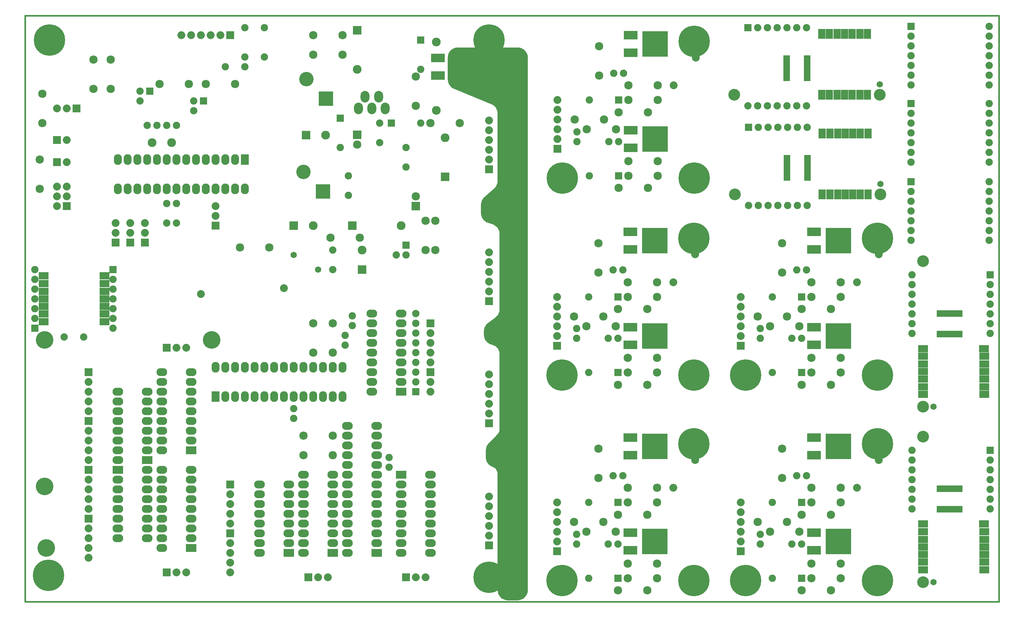
<source format=gbs>
G04 (created by PCBNEW-RS274X (2011-05-25)-stable) date Sun 12 Aug 2012 12:56:27 AM MDT*
G01*
G70*
G90*
%MOIN*%
G04 Gerber Fmt 3.4, Leading zero omitted, Abs format*
%FSLAX34Y34*%
G04 APERTURE LIST*
%ADD10C,0.006000*%
%ADD11C,0.015000*%
%ADD12C,0.075000*%
%ADD13R,0.075000X0.075000*%
%ADD14R,0.098700X0.075100*%
%ADD15R,0.036000X0.070000*%
%ADD16C,0.120000*%
%ADD17C,0.065000*%
%ADD18R,0.075100X0.098700*%
%ADD19R,0.070000X0.036000*%
%ADD20C,0.080000*%
%ADD21C,0.320000*%
%ADD22R,0.140000X0.085000*%
%ADD23R,0.260000X0.260000*%
%ADD24R,0.080000X0.080000*%
%ADD25C,0.085000*%
%ADD26C,0.180000*%
%ADD27O,0.082000X0.110000*%
%ADD28R,0.082000X0.110000*%
%ADD29O,0.110000X0.082000*%
%ADD30R,0.110000X0.082000*%
%ADD31C,0.090000*%
%ADD32R,0.090000X0.090000*%
%ADD33R,0.085000X0.085000*%
%ADD34O,0.090900X0.118400*%
%ADD35R,0.147600X0.147600*%
%ADD36C,0.147600*%
%ADD37C,0.010000*%
G04 APERTURE END LIST*
G54D10*
G54D11*
X108400Y-07300D02*
X108400Y-67300D01*
X48400Y-07300D02*
X108400Y-07300D01*
X08700Y-07300D02*
X08700Y-67300D01*
X48400Y-07300D02*
X08700Y-07300D01*
X08700Y-67300D02*
X108400Y-67300D01*
G54D12*
X107400Y-14400D03*
X107400Y-13400D03*
X107400Y-12400D03*
X107400Y-11400D03*
X107400Y-10400D03*
X107400Y-09400D03*
X107400Y-08400D03*
G54D13*
X99400Y-08400D03*
G54D12*
X99400Y-09400D03*
X99400Y-10400D03*
X99400Y-11400D03*
X99400Y-12400D03*
X99400Y-13400D03*
X99400Y-14400D03*
X107400Y-30300D03*
X107400Y-29300D03*
X107400Y-28300D03*
X107400Y-27300D03*
X107400Y-26300D03*
X107400Y-25300D03*
X107400Y-24300D03*
G54D13*
X99400Y-24300D03*
G54D12*
X99400Y-25300D03*
X99400Y-26300D03*
X99400Y-27300D03*
X99400Y-28300D03*
X99400Y-29300D03*
X99400Y-30300D03*
G54D13*
X99400Y-16300D03*
G54D12*
X99400Y-17300D03*
X99400Y-18300D03*
X99400Y-19300D03*
X99400Y-20300D03*
X99400Y-21300D03*
X99400Y-22300D03*
X107400Y-22300D03*
X107400Y-21300D03*
X107400Y-20300D03*
X107400Y-19300D03*
X107400Y-18300D03*
X107400Y-17300D03*
X107400Y-16300D03*
G54D14*
X106870Y-59357D03*
X106881Y-60145D03*
X106881Y-60932D03*
X106881Y-61700D03*
X106881Y-62468D03*
X106881Y-63255D03*
X106881Y-64043D03*
X100621Y-64043D03*
X100621Y-63255D03*
X100621Y-62468D03*
X100621Y-61700D03*
X100621Y-60932D03*
X100621Y-60145D03*
X100621Y-59357D03*
G54D12*
X99500Y-57800D03*
X99500Y-56800D03*
X99500Y-55800D03*
X99500Y-54800D03*
X99500Y-53800D03*
X99500Y-52800D03*
X99500Y-51800D03*
G54D13*
X107500Y-51800D03*
G54D12*
X107500Y-52800D03*
X107500Y-53800D03*
X107500Y-54800D03*
X107500Y-55800D03*
X107500Y-56800D03*
X107500Y-57800D03*
G54D15*
X104490Y-57850D03*
X104240Y-57850D03*
X103980Y-57850D03*
X103720Y-57850D03*
X103470Y-57850D03*
X103210Y-57850D03*
X102950Y-57850D03*
X102700Y-57850D03*
X102440Y-57850D03*
X102190Y-57850D03*
X102190Y-55750D03*
X102440Y-55750D03*
X102700Y-55750D03*
X102950Y-55750D03*
X103210Y-55750D03*
X103470Y-55750D03*
X103720Y-55750D03*
X103980Y-55750D03*
X104240Y-55750D03*
X104490Y-55750D03*
G54D16*
X100640Y-65300D03*
X100640Y-50400D03*
G54D17*
X101700Y-65300D03*
X101700Y-47350D03*
G54D16*
X100640Y-32450D03*
X100640Y-47350D03*
G54D15*
X104490Y-39900D03*
X104240Y-39900D03*
X103980Y-39900D03*
X103720Y-39900D03*
X103470Y-39900D03*
X103210Y-39900D03*
X102950Y-39900D03*
X102700Y-39900D03*
X102440Y-39900D03*
X102190Y-39900D03*
X102190Y-37800D03*
X102440Y-37800D03*
X102700Y-37800D03*
X102950Y-37800D03*
X103210Y-37800D03*
X103470Y-37800D03*
X103720Y-37800D03*
X103980Y-37800D03*
X104240Y-37800D03*
X104490Y-37800D03*
G54D13*
X107500Y-33850D03*
G54D12*
X107500Y-34850D03*
X107500Y-35850D03*
X107500Y-36850D03*
X107500Y-37850D03*
X107500Y-38850D03*
X107500Y-39850D03*
X99500Y-39850D03*
X99500Y-38850D03*
X99500Y-37850D03*
X99500Y-36850D03*
X99500Y-35850D03*
X99500Y-34850D03*
X99500Y-33850D03*
G54D14*
X106870Y-41407D03*
X106881Y-42195D03*
X106881Y-42982D03*
X106881Y-43750D03*
X106881Y-44518D03*
X106881Y-45305D03*
X106881Y-46093D03*
X100621Y-46093D03*
X100621Y-45305D03*
X100621Y-44518D03*
X100621Y-43750D03*
X100621Y-42982D03*
X100621Y-42195D03*
X100621Y-41407D03*
G54D18*
X90307Y-19380D03*
X91095Y-19369D03*
X91882Y-19369D03*
X92650Y-19369D03*
X93418Y-19369D03*
X94205Y-19369D03*
X94993Y-19369D03*
X94993Y-25629D03*
X94205Y-25629D03*
X93418Y-25629D03*
X92650Y-25629D03*
X91882Y-25629D03*
X91095Y-25629D03*
X90307Y-25629D03*
G54D12*
X88750Y-26750D03*
X87750Y-26750D03*
X86750Y-26750D03*
X85750Y-26750D03*
X84750Y-26750D03*
X83750Y-26750D03*
X82750Y-26750D03*
G54D13*
X82750Y-18750D03*
G54D12*
X83750Y-18750D03*
X84750Y-18750D03*
X85750Y-18750D03*
X86750Y-18750D03*
X87750Y-18750D03*
X88750Y-18750D03*
G54D19*
X88800Y-21760D03*
X88800Y-22010D03*
X88800Y-22270D03*
X88800Y-22530D03*
X88800Y-22780D03*
X88800Y-23040D03*
X88800Y-23300D03*
X88800Y-23550D03*
X88800Y-23810D03*
X88800Y-24060D03*
X86700Y-24060D03*
X86700Y-23810D03*
X86700Y-23550D03*
X86700Y-23300D03*
X86700Y-23040D03*
X86700Y-22780D03*
X86700Y-22530D03*
X86700Y-22270D03*
X86700Y-22010D03*
X86700Y-21760D03*
G54D16*
X96250Y-25610D03*
X81350Y-25610D03*
G54D17*
X96250Y-24550D03*
G54D20*
X75100Y-14450D03*
X77350Y-11600D03*
G54D13*
X69450Y-15950D03*
G54D12*
X66450Y-15950D03*
X68950Y-13200D03*
X69950Y-13200D03*
X68450Y-20200D03*
X69450Y-20200D03*
X65200Y-20200D03*
X65200Y-19200D03*
G54D21*
X77200Y-23950D03*
X63700Y-23950D03*
X77200Y-09950D03*
G54D13*
X69450Y-23700D03*
G54D12*
X66450Y-23700D03*
G54D22*
X70700Y-20850D03*
G54D23*
X73200Y-19950D03*
G54D22*
X70700Y-19050D03*
X70700Y-11100D03*
G54D23*
X73200Y-10200D03*
G54D22*
X70700Y-09300D03*
G54D24*
X63200Y-20950D03*
G54D20*
X63200Y-19950D03*
X63200Y-18950D03*
X63200Y-17950D03*
X63200Y-16950D03*
X63200Y-15950D03*
G54D25*
X64950Y-17950D03*
X67950Y-17950D03*
X69450Y-24950D03*
X72450Y-24950D03*
X69450Y-17200D03*
X72450Y-17200D03*
X70450Y-15950D03*
X73450Y-15950D03*
X73450Y-22200D03*
X70450Y-22200D03*
X73450Y-14450D03*
X70450Y-14450D03*
X69200Y-18950D03*
X66200Y-18950D03*
X67450Y-13450D03*
X67450Y-10450D03*
X70450Y-23700D03*
X73450Y-23700D03*
X89200Y-64900D03*
X92200Y-64900D03*
X86200Y-54650D03*
X86200Y-51650D03*
X87950Y-60150D03*
X84950Y-60150D03*
X92200Y-55650D03*
X89200Y-55650D03*
X92200Y-63400D03*
X89200Y-63400D03*
X89200Y-57150D03*
X92200Y-57150D03*
X88200Y-58400D03*
X91200Y-58400D03*
X88200Y-66150D03*
X91200Y-66150D03*
X83700Y-59150D03*
X86700Y-59150D03*
G54D24*
X81950Y-62150D03*
G54D20*
X81950Y-61150D03*
X81950Y-60150D03*
X81950Y-59150D03*
X81950Y-58150D03*
X81950Y-57150D03*
G54D22*
X89450Y-52300D03*
G54D23*
X91950Y-51400D03*
G54D22*
X89450Y-50500D03*
X89450Y-62050D03*
G54D23*
X91950Y-61150D03*
G54D22*
X89450Y-60250D03*
G54D13*
X88200Y-64900D03*
G54D12*
X85200Y-64900D03*
G54D21*
X95950Y-51150D03*
X82450Y-65150D03*
X95950Y-65150D03*
G54D12*
X83950Y-61400D03*
X83950Y-60400D03*
X87200Y-61400D03*
X88200Y-61400D03*
X87700Y-54400D03*
X88700Y-54400D03*
G54D13*
X88200Y-57150D03*
G54D12*
X85200Y-57150D03*
G54D20*
X96100Y-52800D03*
X93850Y-55650D03*
G54D25*
X89200Y-43850D03*
X92200Y-43850D03*
X86200Y-33600D03*
X86200Y-30600D03*
X87950Y-39100D03*
X84950Y-39100D03*
X92200Y-34600D03*
X89200Y-34600D03*
X92200Y-42350D03*
X89200Y-42350D03*
X89200Y-36100D03*
X92200Y-36100D03*
X88200Y-37350D03*
X91200Y-37350D03*
X88200Y-45100D03*
X91200Y-45100D03*
X83700Y-38100D03*
X86700Y-38100D03*
G54D24*
X81950Y-41100D03*
G54D20*
X81950Y-40100D03*
X81950Y-39100D03*
X81950Y-38100D03*
X81950Y-37100D03*
X81950Y-36100D03*
G54D22*
X89450Y-31250D03*
G54D23*
X91950Y-30350D03*
G54D22*
X89450Y-29450D03*
X89450Y-41000D03*
G54D23*
X91950Y-40100D03*
G54D22*
X89450Y-39200D03*
G54D13*
X88200Y-43850D03*
G54D12*
X85200Y-43850D03*
G54D21*
X95950Y-30100D03*
X82450Y-44100D03*
X95950Y-44100D03*
G54D12*
X83950Y-40350D03*
X83950Y-39350D03*
X87200Y-40350D03*
X88200Y-40350D03*
X87700Y-33350D03*
X88700Y-33350D03*
G54D13*
X88200Y-36100D03*
G54D12*
X85200Y-36100D03*
G54D20*
X96100Y-31750D03*
X93850Y-34600D03*
X75050Y-34600D03*
X77300Y-31750D03*
G54D13*
X69400Y-36100D03*
G54D12*
X66400Y-36100D03*
X68900Y-33350D03*
X69900Y-33350D03*
X68400Y-40350D03*
X69400Y-40350D03*
X65150Y-40350D03*
X65150Y-39350D03*
G54D21*
X77150Y-44100D03*
X63650Y-44100D03*
X77150Y-30100D03*
G54D13*
X69400Y-43850D03*
G54D12*
X66400Y-43850D03*
G54D22*
X70650Y-41000D03*
G54D23*
X73150Y-40100D03*
G54D22*
X70650Y-39200D03*
X70650Y-31250D03*
G54D23*
X73150Y-30350D03*
G54D22*
X70650Y-29450D03*
G54D24*
X63150Y-41100D03*
G54D20*
X63150Y-40100D03*
X63150Y-39100D03*
X63150Y-38100D03*
X63150Y-37100D03*
X63150Y-36100D03*
G54D25*
X64900Y-38100D03*
X67900Y-38100D03*
X69400Y-45100D03*
X72400Y-45100D03*
X69400Y-37350D03*
X72400Y-37350D03*
X70400Y-36100D03*
X73400Y-36100D03*
X73400Y-42350D03*
X70400Y-42350D03*
X73400Y-34600D03*
X70400Y-34600D03*
X69150Y-39100D03*
X66150Y-39100D03*
X67400Y-33600D03*
X67400Y-30600D03*
X70400Y-43850D03*
X73400Y-43850D03*
G54D20*
X75050Y-55650D03*
X77300Y-52800D03*
G54D13*
X69400Y-57150D03*
G54D12*
X66400Y-57150D03*
X68900Y-54400D03*
X69900Y-54400D03*
X68400Y-61400D03*
X69400Y-61400D03*
X65150Y-61400D03*
X65150Y-60400D03*
G54D21*
X77150Y-65150D03*
X63650Y-65150D03*
X77150Y-51150D03*
G54D13*
X69400Y-64900D03*
G54D12*
X66400Y-64900D03*
G54D22*
X70650Y-62050D03*
G54D23*
X73150Y-61150D03*
G54D22*
X70650Y-60250D03*
X70650Y-52300D03*
G54D23*
X73150Y-51400D03*
G54D22*
X70650Y-50500D03*
G54D24*
X63150Y-62150D03*
G54D20*
X63150Y-61150D03*
X63150Y-60150D03*
X63150Y-59150D03*
X63150Y-58150D03*
X63150Y-57150D03*
G54D25*
X64900Y-59150D03*
X67900Y-59150D03*
X69400Y-66150D03*
X72400Y-66150D03*
X69400Y-58400D03*
X72400Y-58400D03*
X70400Y-57150D03*
X73400Y-57150D03*
X73400Y-63400D03*
X70400Y-63400D03*
X73400Y-55650D03*
X70400Y-55650D03*
X69150Y-60150D03*
X66150Y-60150D03*
X67400Y-54650D03*
X67400Y-51650D03*
X70400Y-64900D03*
X73400Y-64900D03*
G54D17*
X96200Y-14350D03*
G54D16*
X81300Y-15410D03*
X96200Y-15410D03*
G54D19*
X88750Y-11560D03*
X88750Y-11810D03*
X88750Y-12070D03*
X88750Y-12330D03*
X88750Y-12580D03*
X88750Y-12840D03*
X88750Y-13100D03*
X88750Y-13350D03*
X88750Y-13610D03*
X88750Y-13860D03*
X86650Y-13860D03*
X86650Y-13610D03*
X86650Y-13350D03*
X86650Y-13100D03*
X86650Y-12840D03*
X86650Y-12580D03*
X86650Y-12330D03*
X86650Y-12070D03*
X86650Y-11810D03*
X86650Y-11560D03*
G54D13*
X82700Y-08550D03*
G54D12*
X83700Y-08550D03*
X84700Y-08550D03*
X85700Y-08550D03*
X86700Y-08550D03*
X87700Y-08550D03*
X88700Y-08550D03*
X88700Y-16550D03*
X87700Y-16550D03*
X86700Y-16550D03*
X85700Y-16550D03*
X84700Y-16550D03*
X83700Y-16550D03*
X82700Y-16550D03*
G54D18*
X90257Y-09180D03*
X91045Y-09169D03*
X91832Y-09169D03*
X92600Y-09169D03*
X93368Y-09169D03*
X94155Y-09169D03*
X94943Y-09169D03*
X94943Y-15429D03*
X94155Y-15429D03*
X93368Y-15429D03*
X92600Y-15429D03*
X91832Y-15429D03*
X91045Y-15429D03*
X90257Y-15429D03*
G54D26*
X27800Y-40500D03*
X10850Y-61800D03*
X10700Y-55500D03*
X10700Y-40500D03*
G54D12*
X14700Y-40200D03*
X12700Y-40200D03*
G54D14*
X16830Y-33957D03*
X16841Y-34745D03*
X16841Y-35532D03*
X16841Y-36300D03*
X16841Y-37068D03*
X16841Y-37855D03*
X16841Y-38643D03*
X10581Y-38643D03*
X10581Y-37855D03*
X10581Y-37068D03*
X10581Y-36300D03*
X10581Y-35532D03*
X10581Y-34745D03*
X10581Y-33957D03*
G54D20*
X35200Y-35200D03*
G54D24*
X19450Y-30550D03*
G54D20*
X19450Y-29550D03*
X19450Y-28550D03*
G54D24*
X20950Y-30550D03*
G54D20*
X20950Y-29550D03*
X20950Y-28550D03*
G54D24*
X17950Y-30550D03*
G54D20*
X17950Y-29550D03*
X17950Y-28550D03*
G54D24*
X56200Y-61550D03*
G54D20*
X56200Y-60550D03*
X56200Y-59550D03*
X56200Y-58550D03*
X56200Y-57550D03*
X56200Y-56550D03*
G54D24*
X56200Y-49050D03*
G54D20*
X56200Y-48050D03*
X56200Y-47050D03*
X56200Y-46050D03*
X56200Y-45050D03*
X56200Y-44050D03*
G54D27*
X29200Y-46300D03*
X30200Y-46300D03*
X31200Y-46300D03*
X32200Y-46300D03*
X33200Y-46300D03*
X34200Y-46300D03*
X35200Y-46300D03*
X36200Y-46300D03*
X37200Y-46300D03*
X38200Y-46300D03*
X39200Y-46300D03*
X40200Y-46300D03*
X41200Y-46300D03*
G54D28*
X28200Y-46300D03*
G54D27*
X41200Y-43300D03*
X40200Y-43300D03*
X39200Y-43300D03*
X38200Y-43300D03*
X37200Y-43300D03*
X36200Y-43300D03*
X35200Y-43300D03*
X34200Y-43300D03*
X33200Y-43300D03*
X32200Y-43300D03*
X31200Y-43300D03*
X30200Y-43300D03*
X29200Y-43300D03*
X28200Y-43300D03*
G54D29*
X44700Y-61300D03*
X44700Y-60300D03*
X44700Y-59300D03*
X44700Y-58300D03*
X44700Y-57300D03*
X44700Y-56300D03*
X44700Y-55300D03*
X44700Y-54300D03*
X44700Y-53300D03*
X44700Y-52300D03*
X44700Y-51300D03*
X44700Y-50300D03*
X44700Y-49300D03*
G54D30*
X44700Y-62300D03*
G54D29*
X41700Y-49300D03*
X41700Y-50300D03*
X41700Y-51300D03*
X41700Y-52300D03*
X41700Y-53300D03*
X41700Y-54300D03*
X41700Y-55300D03*
X41700Y-56300D03*
X41700Y-57300D03*
X41700Y-58300D03*
X41700Y-59300D03*
X41700Y-60300D03*
X41700Y-61300D03*
X41700Y-62300D03*
G54D30*
X47200Y-45800D03*
G54D29*
X47200Y-44800D03*
X47200Y-43800D03*
X47200Y-42800D03*
X47200Y-41800D03*
X47200Y-40800D03*
X47200Y-39800D03*
X47200Y-38800D03*
X47200Y-37800D03*
X44200Y-37800D03*
X44200Y-38800D03*
X44200Y-39800D03*
X44200Y-40800D03*
X44200Y-41800D03*
X44200Y-42800D03*
X44200Y-43800D03*
X44200Y-44800D03*
X44200Y-45800D03*
G54D31*
X42700Y-12800D03*
G54D32*
X42700Y-08800D03*
G54D13*
X49200Y-09800D03*
G54D12*
X49200Y-12800D03*
X23200Y-26550D03*
X23200Y-28550D03*
X47700Y-20800D03*
X47700Y-22800D03*
X23200Y-18550D03*
X24200Y-18550D03*
X41800Y-25700D03*
X41800Y-23700D03*
X22200Y-18550D03*
X21200Y-18550D03*
G54D24*
X56200Y-36550D03*
G54D20*
X56200Y-35550D03*
X56200Y-34550D03*
X56200Y-33550D03*
X56200Y-32550D03*
X56200Y-31550D03*
G54D32*
X36200Y-28800D03*
G54D31*
X38200Y-28800D03*
G54D12*
X31200Y-12550D03*
X29200Y-12550D03*
G54D31*
X47200Y-28800D03*
G54D32*
X42200Y-28800D03*
G54D31*
X51700Y-19800D03*
G54D32*
X51700Y-23800D03*
G54D13*
X46200Y-18300D03*
G54D12*
X49200Y-18300D03*
G54D13*
X40950Y-17800D03*
G54D12*
X40950Y-20800D03*
G54D24*
X56200Y-23050D03*
G54D20*
X56200Y-22050D03*
X56200Y-21050D03*
X56200Y-20050D03*
X56200Y-19050D03*
X56200Y-18050D03*
G54D27*
X30200Y-22050D03*
X29200Y-22050D03*
X28200Y-22050D03*
X27200Y-22050D03*
X26200Y-22050D03*
X25200Y-22050D03*
X24200Y-22050D03*
X23200Y-22050D03*
X22200Y-22050D03*
X21200Y-22050D03*
X20200Y-22050D03*
X19200Y-22050D03*
X18200Y-22050D03*
G54D28*
X31200Y-22050D03*
G54D27*
X18200Y-25050D03*
X19200Y-25050D03*
X20200Y-25050D03*
X21200Y-25050D03*
X22200Y-25050D03*
X23200Y-25050D03*
X24200Y-25050D03*
X25200Y-25050D03*
X26200Y-25050D03*
X27200Y-25050D03*
X28200Y-25050D03*
X29200Y-25050D03*
X30200Y-25050D03*
X31200Y-25050D03*
G54D24*
X12950Y-26800D03*
G54D20*
X11950Y-26800D03*
X12950Y-25800D03*
X11950Y-25800D03*
X12950Y-24800D03*
X11950Y-24800D03*
G54D12*
X31200Y-08550D03*
X33200Y-08550D03*
X31200Y-11550D03*
X33200Y-11550D03*
G54D33*
X48700Y-26800D03*
G54D25*
X48700Y-25800D03*
G54D32*
X43200Y-33300D03*
G54D31*
X43200Y-31300D03*
G54D12*
X40200Y-31300D03*
X40200Y-33300D03*
G54D32*
X37450Y-19550D03*
G54D31*
X39450Y-19550D03*
G54D33*
X42700Y-19500D03*
G54D25*
X42700Y-20500D03*
G54D12*
X45000Y-20300D03*
X45000Y-18300D03*
X24200Y-28550D03*
X24200Y-26550D03*
G54D25*
X50700Y-28300D03*
X50700Y-31300D03*
X49700Y-31300D03*
X49700Y-28300D03*
X38200Y-09300D03*
X41200Y-09300D03*
X41200Y-11300D03*
X38200Y-11300D03*
X40200Y-50300D03*
X37200Y-50300D03*
X10200Y-25050D03*
X10200Y-22050D03*
G54D13*
X47700Y-30800D03*
G54D12*
X47700Y-31800D03*
X46700Y-31800D03*
G54D31*
X21700Y-20300D03*
X23700Y-20300D03*
G54D30*
X25700Y-51800D03*
G54D29*
X25700Y-50800D03*
X25700Y-49800D03*
X25700Y-48800D03*
X25700Y-47800D03*
X25700Y-46800D03*
X25700Y-45800D03*
X25700Y-44800D03*
X25700Y-43800D03*
X22700Y-43800D03*
X22700Y-44800D03*
X22700Y-45800D03*
X22700Y-46800D03*
X22700Y-47800D03*
X22700Y-48800D03*
X22700Y-49800D03*
X22700Y-50800D03*
X22700Y-51800D03*
G54D30*
X25700Y-61800D03*
G54D29*
X25700Y-60800D03*
X25700Y-59800D03*
X25700Y-58800D03*
X25700Y-57800D03*
X25700Y-56800D03*
X25700Y-55800D03*
X25700Y-54800D03*
X25700Y-53800D03*
X22700Y-53800D03*
X22700Y-54800D03*
X22700Y-55800D03*
X22700Y-56800D03*
X22700Y-57800D03*
X22700Y-58800D03*
X22700Y-59800D03*
X22700Y-60800D03*
X22700Y-61800D03*
G54D30*
X40200Y-62300D03*
G54D29*
X40200Y-61300D03*
X40200Y-60300D03*
X40200Y-59300D03*
X40200Y-58300D03*
X40200Y-57300D03*
X40200Y-56300D03*
X40200Y-55300D03*
X40200Y-54300D03*
X37200Y-54300D03*
X37200Y-55300D03*
X37200Y-56300D03*
X37200Y-57300D03*
X37200Y-58300D03*
X37200Y-59300D03*
X37200Y-60300D03*
X37200Y-61300D03*
X37200Y-62300D03*
G54D30*
X47200Y-54300D03*
G54D29*
X47200Y-55300D03*
X47200Y-56300D03*
X47200Y-57300D03*
X47200Y-58300D03*
X47200Y-59300D03*
X47200Y-60300D03*
X47200Y-61300D03*
X47200Y-62300D03*
X50200Y-62300D03*
X50200Y-61300D03*
X50200Y-60300D03*
X50200Y-59300D03*
X50200Y-58300D03*
X50200Y-57300D03*
X50200Y-56300D03*
X50200Y-55300D03*
X50200Y-54300D03*
G54D25*
X17450Y-11800D03*
X17450Y-14800D03*
X15700Y-11800D03*
X15700Y-14800D03*
X40200Y-41800D03*
X40200Y-38800D03*
G54D30*
X18200Y-53800D03*
G54D29*
X18200Y-54800D03*
X18200Y-55800D03*
X18200Y-56800D03*
X18200Y-57800D03*
X18200Y-58800D03*
X18200Y-59800D03*
X18200Y-60800D03*
X21200Y-60800D03*
X21200Y-59800D03*
X21200Y-58800D03*
X21200Y-57800D03*
X21200Y-56800D03*
X21200Y-55800D03*
X21200Y-54800D03*
X21200Y-53800D03*
G54D30*
X21200Y-52800D03*
G54D29*
X21200Y-51800D03*
X21200Y-50800D03*
X21200Y-49800D03*
X21200Y-48800D03*
X21200Y-47800D03*
X21200Y-46800D03*
X21200Y-45800D03*
X18200Y-45800D03*
X18200Y-46800D03*
X18200Y-47800D03*
X18200Y-48800D03*
X18200Y-49800D03*
X18200Y-50800D03*
X18200Y-51800D03*
X18200Y-52800D03*
G54D24*
X29700Y-09300D03*
G54D20*
X28700Y-09300D03*
X27700Y-09300D03*
X26700Y-09300D03*
X25700Y-09300D03*
X24700Y-09300D03*
G54D34*
X44200Y-16796D03*
X42822Y-16796D03*
X45578Y-16796D03*
X44909Y-15615D03*
X43491Y-15615D03*
G54D21*
X11100Y-64600D03*
X11200Y-09800D03*
X56200Y-64800D03*
X56200Y-09800D03*
G54D13*
X48700Y-45800D03*
G54D12*
X48700Y-44800D03*
X48700Y-43800D03*
X48700Y-42800D03*
X48700Y-41800D03*
X48700Y-40800D03*
X48700Y-39800D03*
X48700Y-38800D03*
X48700Y-37800D03*
G54D25*
X25450Y-14300D03*
X22450Y-14300D03*
X27200Y-14300D03*
X30200Y-14300D03*
X38200Y-41800D03*
X38200Y-38800D03*
X40200Y-52300D03*
X37200Y-52300D03*
G54D24*
X50200Y-43800D03*
G54D20*
X50200Y-44800D03*
X50200Y-45800D03*
G54D24*
X23200Y-41300D03*
G54D20*
X24200Y-41300D03*
X25200Y-41300D03*
G54D24*
X23200Y-64300D03*
G54D20*
X24200Y-64300D03*
X25200Y-64300D03*
G54D24*
X37700Y-64800D03*
G54D20*
X38700Y-64800D03*
X39700Y-64800D03*
G54D24*
X47700Y-64800D03*
G54D20*
X48700Y-64800D03*
X49700Y-64800D03*
G54D30*
X35700Y-62300D03*
G54D29*
X35700Y-61300D03*
X35700Y-60300D03*
X35700Y-59300D03*
X35700Y-58300D03*
X35700Y-57300D03*
X35700Y-56300D03*
X35700Y-55300D03*
X32700Y-55300D03*
X32700Y-56300D03*
X32700Y-57300D03*
X32700Y-58300D03*
X32700Y-59300D03*
X32700Y-60300D03*
X32700Y-61300D03*
X32700Y-62300D03*
G54D24*
X15200Y-53800D03*
G54D20*
X15200Y-54800D03*
X15200Y-55800D03*
X15200Y-56800D03*
X15200Y-57800D03*
G54D24*
X15200Y-43800D03*
G54D20*
X15200Y-44800D03*
X15200Y-45800D03*
X15200Y-46800D03*
X15200Y-47800D03*
G54D24*
X50200Y-38800D03*
G54D20*
X50200Y-39800D03*
X50200Y-40800D03*
X50200Y-41800D03*
X50200Y-42800D03*
G54D24*
X29700Y-55300D03*
G54D20*
X29700Y-56300D03*
X29700Y-57300D03*
X29700Y-58300D03*
X29700Y-59300D03*
G54D13*
X26950Y-16050D03*
G54D12*
X25950Y-16050D03*
X25950Y-17050D03*
G54D13*
X21450Y-15050D03*
G54D12*
X20450Y-15050D03*
X20450Y-16050D03*
G54D24*
X11950Y-20050D03*
G54D20*
X12950Y-20050D03*
G54D24*
X11950Y-22300D03*
G54D20*
X12950Y-22300D03*
G54D24*
X15200Y-58800D03*
G54D20*
X15200Y-59800D03*
X15200Y-60800D03*
X15200Y-61800D03*
X15200Y-62800D03*
G54D24*
X15200Y-48800D03*
G54D20*
X15200Y-49800D03*
X15200Y-50800D03*
X15200Y-51800D03*
X15200Y-52800D03*
G54D24*
X29700Y-60300D03*
G54D20*
X29700Y-61300D03*
X29700Y-62300D03*
X29700Y-63300D03*
X29700Y-64300D03*
G54D25*
X10450Y-18300D03*
X10450Y-15300D03*
G54D24*
X28200Y-28800D03*
G54D20*
X28200Y-27800D03*
X28200Y-26800D03*
G54D24*
X13950Y-16800D03*
G54D20*
X12950Y-16800D03*
X11950Y-16800D03*
G54D22*
X50950Y-13450D03*
G54D23*
X53450Y-12550D03*
G54D22*
X50950Y-11650D03*
G54D31*
X50800Y-17000D03*
X50800Y-10000D03*
G54D35*
X39200Y-25300D03*
G54D36*
X37200Y-23300D03*
G54D35*
X39500Y-15800D03*
G54D36*
X37500Y-13800D03*
G54D12*
X45950Y-53550D03*
X45950Y-52550D03*
X36200Y-47550D03*
X36200Y-48550D03*
X41450Y-41050D03*
X41450Y-40050D03*
X42200Y-39050D03*
X42200Y-38050D03*
G54D25*
X48700Y-16550D03*
X48700Y-13550D03*
G54D17*
X36200Y-31800D03*
X38700Y-33300D03*
G54D25*
X42950Y-30050D03*
X39950Y-30050D03*
X30700Y-31050D03*
X33700Y-31050D03*
X50200Y-18300D03*
X53200Y-18300D03*
G54D20*
X26700Y-35800D03*
G54D13*
X09700Y-39300D03*
G54D12*
X09700Y-38300D03*
X09700Y-37300D03*
X09700Y-36300D03*
X09700Y-35300D03*
X09700Y-34300D03*
X09700Y-33300D03*
G54D13*
X17700Y-33300D03*
G54D12*
X17700Y-34300D03*
X17700Y-35300D03*
X17700Y-36300D03*
X17700Y-37300D03*
X17700Y-38300D03*
X17700Y-39300D03*
G54D10*
G36*
X60100Y-11600D02*
X60081Y-11405D01*
X60024Y-11217D01*
X59931Y-11044D01*
X59807Y-10893D01*
X59656Y-10769D01*
X59483Y-10676D01*
X59295Y-10619D01*
X59100Y-10600D01*
X53000Y-10600D01*
X52805Y-10619D01*
X52617Y-10676D01*
X52444Y-10769D01*
X52293Y-10893D01*
X52169Y-11044D01*
X52076Y-11217D01*
X52019Y-11405D01*
X52000Y-11600D01*
X52000Y-13830D01*
X52014Y-13998D01*
X52056Y-14161D01*
X52125Y-14315D01*
X52219Y-14455D01*
X52335Y-14577D01*
X52469Y-14678D01*
X52619Y-14755D01*
X56481Y-16345D01*
X56631Y-16422D01*
X56765Y-16523D01*
X56881Y-16645D01*
X56975Y-16785D01*
X57044Y-16939D01*
X57086Y-17102D01*
X57100Y-17270D01*
X57100Y-24249D01*
X57086Y-24417D01*
X57043Y-24581D01*
X56973Y-24736D01*
X56879Y-24876D01*
X56762Y-24999D01*
X55738Y-25901D01*
X55621Y-26024D01*
X55527Y-26164D01*
X55457Y-26319D01*
X55414Y-26483D01*
X55400Y-26651D01*
X55400Y-27503D01*
X55415Y-27676D01*
X55460Y-27844D01*
X55533Y-28001D01*
X55633Y-28144D01*
X55755Y-28267D01*
X55897Y-28367D01*
X56054Y-28441D01*
X56646Y-28659D01*
X56803Y-28733D01*
X56945Y-28833D01*
X57067Y-28956D01*
X57167Y-29099D01*
X57240Y-29256D01*
X57285Y-29424D01*
X57300Y-29597D01*
X57300Y-37400D01*
X57283Y-37584D01*
X57232Y-37762D01*
X57149Y-37928D01*
X57037Y-38076D01*
X56900Y-38200D01*
X56100Y-38800D01*
X55963Y-38924D01*
X55851Y-39072D01*
X55768Y-39238D01*
X55717Y-39416D01*
X55700Y-39600D01*
X55700Y-39965D01*
X55716Y-40145D01*
X55765Y-40319D01*
X55844Y-40482D01*
X55951Y-40628D01*
X56083Y-40752D01*
X56235Y-40850D01*
X56402Y-40919D01*
X56598Y-40981D01*
X56765Y-41050D01*
X56917Y-41148D01*
X57049Y-41272D01*
X57156Y-41418D01*
X57235Y-41581D01*
X57284Y-41755D01*
X57300Y-41935D01*
X57300Y-49586D01*
X57281Y-49781D01*
X57224Y-49968D01*
X57131Y-50141D01*
X57007Y-50293D01*
X56193Y-51107D01*
X56069Y-51259D01*
X55976Y-51432D01*
X55919Y-51619D01*
X55900Y-51814D01*
X55900Y-52568D01*
X55914Y-52724D01*
X55955Y-52874D01*
X56023Y-53015D01*
X56114Y-53142D01*
X56226Y-53251D01*
X56356Y-53337D01*
X56644Y-53463D01*
X56774Y-53549D01*
X56886Y-53658D01*
X56977Y-53785D01*
X57045Y-53926D01*
X57086Y-54076D01*
X57100Y-54232D01*
X57100Y-66100D01*
X57119Y-66295D01*
X57176Y-66483D01*
X57269Y-66656D01*
X57393Y-66807D01*
X57544Y-66931D01*
X57717Y-67024D01*
X57905Y-67081D01*
X58100Y-67100D01*
X59100Y-67100D01*
X59295Y-67081D01*
X59483Y-67024D01*
X59656Y-66931D01*
X59807Y-66807D01*
X59931Y-66656D01*
X60024Y-66483D01*
X60081Y-66295D01*
X60100Y-66100D01*
X60100Y-11600D01*
X60100Y-11600D01*
G37*
G54D37*
X60100Y-11600D02*
X60081Y-11405D01*
X60024Y-11217D01*
X59931Y-11044D01*
X59807Y-10893D01*
X59656Y-10769D01*
X59483Y-10676D01*
X59295Y-10619D01*
X59100Y-10600D01*
X53000Y-10600D01*
X52805Y-10619D01*
X52617Y-10676D01*
X52444Y-10769D01*
X52293Y-10893D01*
X52169Y-11044D01*
X52076Y-11217D01*
X52019Y-11405D01*
X52000Y-11600D01*
X52000Y-13830D01*
X52014Y-13998D01*
X52056Y-14161D01*
X52125Y-14315D01*
X52219Y-14455D01*
X52335Y-14577D01*
X52469Y-14678D01*
X52619Y-14755D01*
X56481Y-16345D01*
X56631Y-16422D01*
X56765Y-16523D01*
X56881Y-16645D01*
X56975Y-16785D01*
X57044Y-16939D01*
X57086Y-17102D01*
X57100Y-17270D01*
X57100Y-24249D01*
X57086Y-24417D01*
X57043Y-24581D01*
X56973Y-24736D01*
X56879Y-24876D01*
X56762Y-24999D01*
X55738Y-25901D01*
X55621Y-26024D01*
X55527Y-26164D01*
X55457Y-26319D01*
X55414Y-26483D01*
X55400Y-26651D01*
X55400Y-27503D01*
X55415Y-27676D01*
X55460Y-27844D01*
X55533Y-28001D01*
X55633Y-28144D01*
X55755Y-28267D01*
X55897Y-28367D01*
X56054Y-28441D01*
X56646Y-28659D01*
X56803Y-28733D01*
X56945Y-28833D01*
X57067Y-28956D01*
X57167Y-29099D01*
X57240Y-29256D01*
X57285Y-29424D01*
X57300Y-29597D01*
X57300Y-37400D01*
X57283Y-37584D01*
X57232Y-37762D01*
X57149Y-37928D01*
X57037Y-38076D01*
X56900Y-38200D01*
X56100Y-38800D01*
X55963Y-38924D01*
X55851Y-39072D01*
X55768Y-39238D01*
X55717Y-39416D01*
X55700Y-39600D01*
X55700Y-39965D01*
X55716Y-40145D01*
X55765Y-40319D01*
X55844Y-40482D01*
X55951Y-40628D01*
X56083Y-40752D01*
X56235Y-40850D01*
X56402Y-40919D01*
X56598Y-40981D01*
X56765Y-41050D01*
X56917Y-41148D01*
X57049Y-41272D01*
X57156Y-41418D01*
X57235Y-41581D01*
X57284Y-41755D01*
X57300Y-41935D01*
X57300Y-49586D01*
X57281Y-49781D01*
X57224Y-49968D01*
X57131Y-50141D01*
X57007Y-50293D01*
X56193Y-51107D01*
X56069Y-51259D01*
X55976Y-51432D01*
X55919Y-51619D01*
X55900Y-51814D01*
X55900Y-52568D01*
X55914Y-52724D01*
X55955Y-52874D01*
X56023Y-53015D01*
X56114Y-53142D01*
X56226Y-53251D01*
X56356Y-53337D01*
X56644Y-53463D01*
X56774Y-53549D01*
X56886Y-53658D01*
X56977Y-53785D01*
X57045Y-53926D01*
X57086Y-54076D01*
X57100Y-54232D01*
X57100Y-66100D01*
X57119Y-66295D01*
X57176Y-66483D01*
X57269Y-66656D01*
X57393Y-66807D01*
X57544Y-66931D01*
X57717Y-67024D01*
X57905Y-67081D01*
X58100Y-67100D01*
X59100Y-67100D01*
X59295Y-67081D01*
X59483Y-67024D01*
X59656Y-66931D01*
X59807Y-66807D01*
X59931Y-66656D01*
X60024Y-66483D01*
X60081Y-66295D01*
X60100Y-66100D01*
X60100Y-11600D01*
M02*

</source>
